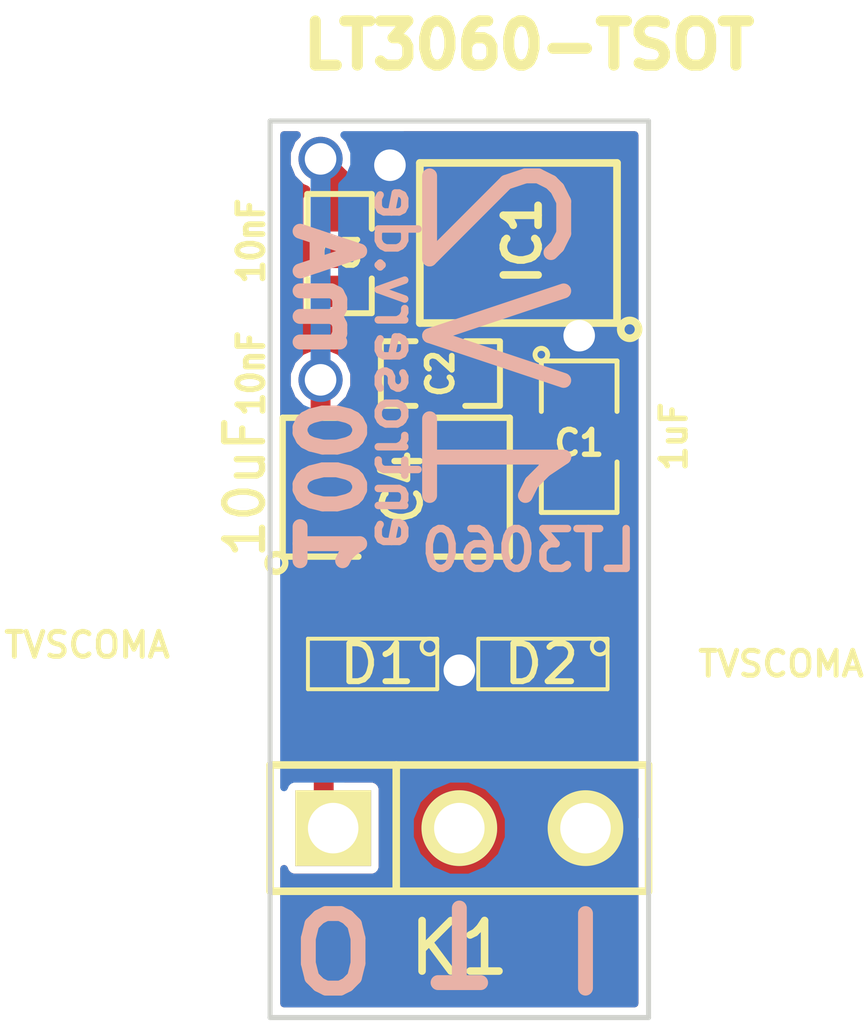
<source format=kicad_pcb>
(kicad_pcb (version 3) (host pcbnew "(2013-07-07 BZR 4022)-stable")

  (general
    (links 19)
    (no_connects 0)
    (area 47.507548 47.0011 65.776452 68.9372)
    (thickness 1.6)
    (drawings 12)
    (tracks 31)
    (zones 0)
    (modules 8)
    (nets 7)
  )

  (page A3)
  (layers
    (15 F.Cu signal)
    (0 B.Cu signal)
    (16 B.Adhes user)
    (17 F.Adhes user)
    (18 B.Paste user)
    (19 F.Paste user)
    (20 B.SilkS user)
    (21 F.SilkS user)
    (22 B.Mask user)
    (23 F.Mask user)
    (24 Dwgs.User user)
    (25 Cmts.User user)
    (26 Eco1.User user)
    (27 Eco2.User user)
    (28 Edge.Cuts user)
  )

  (setup
    (last_trace_width 0.4)
    (trace_clearance 0.154)
    (zone_clearance 0.154)
    (zone_45_only no)
    (trace_min 0.254)
    (segment_width 0.2)
    (edge_width 0.1)
    (via_size 0.889)
    (via_drill 0.635)
    (via_min_size 0.889)
    (via_min_drill 0.508)
    (uvia_size 0.508)
    (uvia_drill 0.127)
    (uvias_allowed no)
    (uvia_min_size 0.508)
    (uvia_min_drill 0.127)
    (pcb_text_width 0.3)
    (pcb_text_size 1.5 1.5)
    (mod_edge_width 0.154)
    (mod_text_size 1 1)
    (mod_text_width 0.15)
    (pad_size 1.5 1.5)
    (pad_drill 0.6)
    (pad_to_mask_clearance 0)
    (aux_axis_origin 0 0)
    (visible_elements 7FFFFFFF)
    (pcbplotparams
      (layerselection 284196865)
      (usegerberextensions true)
      (excludeedgelayer true)
      (linewidth 0.150000)
      (plotframeref false)
      (viasonmask false)
      (mode 1)
      (useauxorigin false)
      (hpglpennumber 1)
      (hpglpenspeed 20)
      (hpglpendiameter 15)
      (hpglpenoverlay 2)
      (psnegative false)
      (psa4output false)
      (plotreference true)
      (plotvalue true)
      (plotothertext true)
      (plotinvisibletext false)
      (padsonsilk false)
      (subtractmaskfromsilk false)
      (outputformat 1)
      (mirror false)
      (drillshape 0)
      (scaleselection 1)
      (outputdirectory ""))
  )

  (net 0 "")
  (net 1 /Vin)
  (net 2 /Vout)
  (net 3 GND)
  (net 4 N-000001)
  (net 5 N-000002)
  (net 6 N-000004)

  (net_class Default "Dies ist die voreingestellte Netzklasse."
    (clearance 0.154)
    (trace_width 0.4)
    (via_dia 0.889)
    (via_drill 0.635)
    (uvia_dia 0.508)
    (uvia_drill 0.127)
    (add_net "")
    (add_net /Vin)
    (add_net /Vout)
    (add_net GND)
    (add_net N-000001)
    (add_net N-000002)
    (add_net N-000004)
  )

  (module SM1210 (layer F.Cu) (tedit 53DE8A50) (tstamp 53DC3E22)
    (at 55.88 56.642)
    (tags "CMS SM")
    (path /53DBB648)
    (attr smd)
    (fp_text reference C4 (at 0.127 0 90) (layer F.SilkS)
      (effects (font (size 0.762 0.762) (thickness 0.127)))
    )
    (fp_text value 10uF (at -3.048 0 90) (layer F.SilkS)
      (effects (font (size 0.762 0.762) (thickness 0.127)))
    )
    (fp_circle (center -2.413 1.524) (end -2.286 1.397) (layer F.SilkS) (width 0.127))
    (fp_line (start -0.762 -1.397) (end -2.286 -1.397) (layer F.SilkS) (width 0.127))
    (fp_line (start -2.286 -1.397) (end -2.286 1.397) (layer F.SilkS) (width 0.127))
    (fp_line (start -2.286 1.397) (end -0.762 1.397) (layer F.SilkS) (width 0.127))
    (fp_line (start 0.762 1.397) (end 2.286 1.397) (layer F.SilkS) (width 0.127))
    (fp_line (start 2.286 1.397) (end 2.286 -1.397) (layer F.SilkS) (width 0.127))
    (fp_line (start 2.286 -1.397) (end 0.762 -1.397) (layer F.SilkS) (width 0.127))
    (pad 1 smd rect (at -1.524 0) (size 1.27 2.54)
      (layers F.Cu F.Paste F.Mask)
      (net 2 /Vout)
    )
    (pad 2 smd rect (at 1.524 0) (size 1.27 2.54)
      (layers F.Cu F.Paste F.Mask)
      (net 3 GND)
    )
    (model smd/chip_cms.wrl
      (at (xyz 0 0 0))
      (scale (xyz 0.17 0.2 0.17))
      (rotate (xyz 0 0 0))
    )
  )

  (module SM0805 (layer F.Cu) (tedit 53DE8A44) (tstamp 53DC3E2F)
    (at 59.563 55.626 270)
    (path /53DBB64E)
    (attr smd)
    (fp_text reference C1 (at 0.127 0 360) (layer F.SilkS)
      (effects (font (size 0.50038 0.50038) (thickness 0.10922)))
    )
    (fp_text value 1uF (at 0 -1.905 270) (layer F.SilkS)
      (effects (font (size 0.50038 0.50038) (thickness 0.10922)))
    )
    (fp_circle (center -1.651 0.762) (end -1.651 0.635) (layer F.SilkS) (width 0.09906))
    (fp_line (start -0.508 0.762) (end -1.524 0.762) (layer F.SilkS) (width 0.09906))
    (fp_line (start -1.524 0.762) (end -1.524 -0.762) (layer F.SilkS) (width 0.09906))
    (fp_line (start -1.524 -0.762) (end -0.508 -0.762) (layer F.SilkS) (width 0.09906))
    (fp_line (start 0.508 -0.762) (end 1.524 -0.762) (layer F.SilkS) (width 0.09906))
    (fp_line (start 1.524 -0.762) (end 1.524 0.762) (layer F.SilkS) (width 0.09906))
    (fp_line (start 1.524 0.762) (end 0.508 0.762) (layer F.SilkS) (width 0.09906))
    (pad 1 smd rect (at -0.9525 0 270) (size 0.889 1.397)
      (layers F.Cu F.Paste F.Mask)
      (net 1 /Vin)
    )
    (pad 2 smd rect (at 0.9525 0 270) (size 0.889 1.397)
      (layers F.Cu F.Paste F.Mask)
      (net 3 GND)
    )
    (model smd/chip_cms.wrl
      (at (xyz 0 0 0))
      (scale (xyz 0.1 0.1 0.1))
      (rotate (xyz 0 0 0))
    )
  )

  (module SM0603_Capa (layer F.Cu) (tedit 53DE8A55) (tstamp 53DC3E3B)
    (at 56.769 54.356)
    (path /53DBB623)
    (attr smd)
    (fp_text reference C2 (at 0 0 90) (layer F.SilkS)
      (effects (font (size 0.508 0.4572) (thickness 0.1143)))
    )
    (fp_text value 10nF (at -3.81 0 90) (layer F.SilkS)
      (effects (font (size 0.508 0.4572) (thickness 0.1143)))
    )
    (fp_line (start 0.50038 0.65024) (end 1.19888 0.65024) (layer F.SilkS) (width 0.11938))
    (fp_line (start -0.50038 0.65024) (end -1.19888 0.65024) (layer F.SilkS) (width 0.11938))
    (fp_line (start 0.50038 -0.65024) (end 1.19888 -0.65024) (layer F.SilkS) (width 0.11938))
    (fp_line (start -1.19888 -0.65024) (end -0.50038 -0.65024) (layer F.SilkS) (width 0.11938))
    (fp_line (start 1.19888 -0.635) (end 1.19888 0.635) (layer F.SilkS) (width 0.11938))
    (fp_line (start -1.19888 0.635) (end -1.19888 -0.635) (layer F.SilkS) (width 0.11938))
    (pad 1 smd rect (at -0.762 0) (size 0.635 1.143)
      (layers F.Cu F.Paste F.Mask)
      (net 4 N-000001)
    )
    (pad 2 smd rect (at 0.762 0) (size 0.635 1.143)
      (layers F.Cu F.Paste F.Mask)
      (net 3 GND)
    )
    (model smd\capacitors\C0603.wrl
      (at (xyz 0 0 0.001))
      (scale (xyz 0.5 0.5 0.5))
      (rotate (xyz 0 0 0))
    )
  )

  (module SM0603_Capa (layer F.Cu) (tedit 53DE8A60) (tstamp 53DC3E47)
    (at 54.737 51.943 270)
    (path /53DBB63F)
    (attr smd)
    (fp_text reference C3 (at 0 0 360) (layer F.SilkS)
      (effects (font (size 0.508 0.4572) (thickness 0.1143)))
    )
    (fp_text value 10nF (at -0.254 1.778 270) (layer F.SilkS)
      (effects (font (size 0.508 0.4572) (thickness 0.1143)))
    )
    (fp_line (start 0.50038 0.65024) (end 1.19888 0.65024) (layer F.SilkS) (width 0.11938))
    (fp_line (start -0.50038 0.65024) (end -1.19888 0.65024) (layer F.SilkS) (width 0.11938))
    (fp_line (start 0.50038 -0.65024) (end 1.19888 -0.65024) (layer F.SilkS) (width 0.11938))
    (fp_line (start -1.19888 -0.65024) (end -0.50038 -0.65024) (layer F.SilkS) (width 0.11938))
    (fp_line (start 1.19888 -0.635) (end 1.19888 0.635) (layer F.SilkS) (width 0.11938))
    (fp_line (start -1.19888 0.635) (end -1.19888 -0.635) (layer F.SilkS) (width 0.11938))
    (pad 1 smd rect (at -0.762 0 270) (size 0.635 1.143)
      (layers F.Cu F.Paste F.Mask)
      (net 2 /Vout)
    )
    (pad 2 smd rect (at 0.762 0 270) (size 0.635 1.143)
      (layers F.Cu F.Paste F.Mask)
      (net 5 N-000002)
    )
    (model smd\capacitors\C0603.wrl
      (at (xyz 0 0 0.001))
      (scale (xyz 0.5 0.5 0.5))
      (rotate (xyz 0 0 0))
    )
  )

  (module PIN_ARRAY_3X1 (layer F.Cu) (tedit 53DE8DD2) (tstamp 53DC3E53)
    (at 57.15 63.5)
    (descr "Connecteur 3 pins")
    (tags "CONN DEV")
    (path /53DBB569)
    (fp_text reference K1 (at 0 2.413) (layer F.SilkS)
      (effects (font (size 1.016 1.016) (thickness 0.1524)))
    )
    (fp_text value CONN_3 (at 0.127 4.699) (layer F.SilkS) hide
      (effects (font (size 1.016 1.016) (thickness 0.1524)))
    )
    (fp_line (start -3.81 1.27) (end -3.81 -1.27) (layer F.SilkS) (width 0.1524))
    (fp_line (start -3.81 -1.27) (end 3.81 -1.27) (layer F.SilkS) (width 0.1524))
    (fp_line (start 3.81 -1.27) (end 3.81 1.27) (layer F.SilkS) (width 0.1524))
    (fp_line (start 3.81 1.27) (end -3.81 1.27) (layer F.SilkS) (width 0.1524))
    (fp_line (start -1.27 -1.27) (end -1.27 1.27) (layer F.SilkS) (width 0.1524))
    (pad 1 thru_hole rect (at -2.54 0) (size 1.524 1.524) (drill 1.016)
      (layers *.Cu *.Mask F.SilkS)
      (net 2 /Vout)
    )
    (pad 2 thru_hole circle (at 0 0) (size 1.524 1.524) (drill 1.016)
      (layers *.Cu *.Mask F.SilkS)
      (net 3 GND)
    )
    (pad 3 thru_hole circle (at 2.54 0) (size 1.524 1.524) (drill 1.016)
      (layers *.Cu *.Mask F.SilkS)
      (net 1 /Vin)
    )
    (model pin_array/pins_array_3x1.wrl
      (at (xyz 0 0 0))
      (scale (xyz 1 1 1))
      (rotate (xyz 0 0 0))
    )
  )

  (module tsot23-8 (layer F.Cu) (tedit 53DE8A36) (tstamp 53DE8AC1)
    (at 59.69 52.705 90)
    (path /53DBE0F4)
    (fp_text reference IC1 (at 1.016 -1.27 90) (layer F.SilkS)
      (effects (font (size 0.7 0.7) (thickness 0.154)))
    )
    (fp_text value LT3060-TSOT (at 4.953 -1.143 360) (layer F.SilkS)
      (effects (font (size 0.889 0.889) (thickness 0.3048)))
    )
    (fp_circle (center -0.762 0.889) (end -0.635 1.016) (layer F.SilkS) (width 0.154))
    (fp_line (start -0.635 0.635) (end 2.58572 0.635) (layer F.SilkS) (width 0.154))
    (fp_line (start 2.58572 0.635) (end 2.58572 -3.33502) (layer F.SilkS) (width 0.154))
    (fp_line (start 2.58572 -3.33502) (end -0.635 -3.33502) (layer F.SilkS) (width 0.154))
    (fp_line (start -0.635 -3.33502) (end -0.635 0.635) (layer F.SilkS) (width 0.154))
    (pad 1 smd rect (at 0 0 90) (size 0.40132 1.3208)
      (layers F.Cu F.Paste F.Mask)
      (net 1 /Vin)
    )
    (pad 2 smd rect (at 0.65024 0 90) (size 0.40132 1.3208)
      (layers F.Cu F.Paste F.Mask)
      (net 3 GND)
    )
    (pad 3 smd rect (at 1.30048 0 90) (size 0.40132 1.3208)
      (layers F.Cu F.Paste F.Mask)
      (net 3 GND)
    )
    (pad 4 smd rect (at 1.95072 0 90) (size 0.40132 1.3208)
      (layers F.Cu F.Paste F.Mask)
      (net 3 GND)
    )
    (pad 5 smd rect (at 1.95072 -2.70002 270) (size 0.40132 1.3208)
      (layers F.Cu F.Paste F.Mask)
      (net 1 /Vin)
    )
    (pad 6 smd rect (at 1.30048 -2.70002 270) (size 0.40132 1.3208)
      (layers F.Cu F.Paste F.Mask)
      (net 2 /Vout)
    )
    (pad 7 smd rect (at 0.65024 -2.70002 270) (size 0.40132 1.3208)
      (layers F.Cu F.Paste F.Mask)
      (net 5 N-000002)
    )
    (pad 8 smd rect (at 0 -2.70002 270) (size 0.40132 1.3208)
      (layers F.Cu F.Paste F.Mask)
      (net 4 N-000001)
    )
  )

  (module SOT23 (layer F.Cu) (tedit 53FE80D9) (tstamp 53FE7FB9)
    (at 58.801 60.198 180)
    (tags SOT23)
    (path /53FE54F9)
    (fp_text reference D2 (at 0 0 180) (layer F.SilkS)
      (effects (font (size 0.762 0.762) (thickness 0.11938)))
    )
    (fp_text value TVSCOMA (at -4.826 0 180) (layer F.SilkS)
      (effects (font (size 0.50038 0.50038) (thickness 0.09906)))
    )
    (fp_circle (center -1.17602 0.35052) (end -1.30048 0.44958) (layer F.SilkS) (width 0.07874))
    (fp_line (start 1.27 -0.508) (end 1.27 0.508) (layer F.SilkS) (width 0.07874))
    (fp_line (start -1.3335 -0.508) (end -1.3335 0.508) (layer F.SilkS) (width 0.07874))
    (fp_line (start 1.27 0.508) (end -1.3335 0.508) (layer F.SilkS) (width 0.07874))
    (fp_line (start -1.3335 -0.508) (end 1.27 -0.508) (layer F.SilkS) (width 0.07874))
    (pad 3 smd rect (at 0 -1.09982 180) (size 0.8001 1.00076)
      (layers F.Cu F.Paste F.Mask)
      (net 6 N-000004)
    )
    (pad 2 smd rect (at 0.9525 1.09982 180) (size 0.8001 1.00076)
      (layers F.Cu F.Paste F.Mask)
      (net 3 GND)
    )
    (pad 1 smd rect (at -0.9525 1.09982 180) (size 0.8001 1.00076)
      (layers F.Cu F.Paste F.Mask)
      (net 3 GND)
    )
    (model smd\SOT23_3.wrl
      (at (xyz 0 0 0))
      (scale (xyz 0.4 0.4 0.4))
      (rotate (xyz 0 0 180))
    )
  )

  (module SOT23 (layer F.Cu) (tedit 53FE80D1) (tstamp 53FE7FC6)
    (at 55.372 60.198 180)
    (tags SOT23)
    (path /53FE53A3)
    (fp_text reference D1 (at -0.127 0 180) (layer F.SilkS)
      (effects (font (size 0.762 0.762) (thickness 0.11938)))
    )
    (fp_text value TVSCOMA (at 5.715 0.381 180) (layer F.SilkS)
      (effects (font (size 0.50038 0.50038) (thickness 0.09906)))
    )
    (fp_circle (center -1.17602 0.35052) (end -1.30048 0.44958) (layer F.SilkS) (width 0.07874))
    (fp_line (start 1.27 -0.508) (end 1.27 0.508) (layer F.SilkS) (width 0.07874))
    (fp_line (start -1.3335 -0.508) (end -1.3335 0.508) (layer F.SilkS) (width 0.07874))
    (fp_line (start 1.27 0.508) (end -1.3335 0.508) (layer F.SilkS) (width 0.07874))
    (fp_line (start -1.3335 -0.508) (end 1.27 -0.508) (layer F.SilkS) (width 0.07874))
    (pad 3 smd rect (at 0 -1.09982 180) (size 0.8001 1.00076)
      (layers F.Cu F.Paste F.Mask)
      (net 6 N-000004)
    )
    (pad 2 smd rect (at 0.9525 1.09982 180) (size 0.8001 1.00076)
      (layers F.Cu F.Paste F.Mask)
      (net 2 /Vout)
    )
    (pad 1 smd rect (at -0.9525 1.09982 180) (size 0.8001 1.00076)
      (layers F.Cu F.Paste F.Mask)
      (net 1 /Vin)
    )
    (model smd\SOT23_3.wrl
      (at (xyz 0 0 0))
      (scale (xyz 0.4 0.4 0.4))
      (rotate (xyz 0 0 180))
    )
  )

  (gr_line (start 53.34 67.31) (end 53.34 49.276) (angle 90) (layer Edge.Cuts) (width 0.1))
  (gr_line (start 60.96 67.31) (end 53.34 67.31) (angle 90) (layer Edge.Cuts) (width 0.1))
  (gr_line (start 60.96 49.276) (end 60.96 67.31) (angle 90) (layer Edge.Cuts) (width 0.1))
  (gr_text I (at 59.69 66.04) (layer B.SilkS)
    (effects (font (size 1.5 1.5) (thickness 0.3)) (justify mirror))
  )
  (gr_text T (at 57.15 65.786 180) (layer B.SilkS)
    (effects (font (size 1.5 1.5) (thickness 0.3)) (justify mirror))
  )
  (gr_text O (at 54.61 66.04) (layer B.SilkS)
    (effects (font (size 1.5 1.5) (thickness 0.3)) (justify mirror))
  )
  (gr_text entroserv.de (at 55.88 54.229 270) (layer B.SilkS)
    (effects (font (size 0.8 0.8) (thickness 0.15)) (justify mirror))
  )
  (gr_text LT3060 (at 58.547 57.912) (layer B.SilkS)
    (effects (font (size 0.8 0.8) (thickness 0.15)) (justify mirror))
  )
  (gr_text "100 mA" (at 54.483 54.864 270) (layer B.SilkS)
    (effects (font (size 1.2 1.2) (thickness 0.3)) (justify mirror))
  )
  (gr_line (start 60.96 67.31) (end 53.34 67.31) (angle 90) (layer Edge.Cuts) (width 0.1))
  (gr_line (start 53.34 49.276) (end 60.96 49.276) (angle 90) (layer Edge.Cuts) (width 0.1))
  (gr_text 1V2 (at 57.785 53.594 270) (layer B.SilkS)
    (effects (font (size 2.7 2.7) (thickness 0.3)) (justify mirror))
  )

  (segment (start 56.3245 59.09818) (end 56.3245 59.4995) (width 0.4) (layer F.Cu) (net 1))
  (segment (start 57.15 60.325) (end 57.277 60.325) (width 0.4) (layer B.Cu) (net 1) (tstamp 53FE809C))
  (via (at 57.15 60.325) (size 0.889) (layers F.Cu B.Cu) (net 1))
  (segment (start 56.3245 59.4995) (end 57.15 60.325) (width 0.4) (layer F.Cu) (net 1) (tstamp 53FE8095))
  (segment (start 56.98998 50.75428) (end 56.34228 50.75428) (width 0.4) (layer F.Cu) (net 1))
  (via (at 55.753 50.165) (size 0.889) (layers F.Cu B.Cu) (net 1))
  (segment (start 56.34228 50.75428) (end 55.753 50.165) (width 0.4) (layer F.Cu) (net 1) (tstamp 53DE81FC))
  (segment (start 59.563 53.594) (end 59.563 52.832) (width 0.4) (layer F.Cu) (net 1))
  (via (at 59.563 53.594) (size 0.889) (layers F.Cu B.Cu) (net 1))
  (segment (start 59.563 54.6735) (end 59.563 53.594) (width 0.4) (layer F.Cu) (net 1))
  (segment (start 59.563 52.832) (end 59.69 52.705) (width 0.4) (layer F.Cu) (net 1) (tstamp 53DE861F))
  (segment (start 54.4195 59.09818) (end 54.4195 63.3095) (width 0.4) (layer F.Cu) (net 2))
  (segment (start 54.4195 63.3095) (end 54.61 63.5) (width 0.4) (layer F.Cu) (net 2) (tstamp 53FE8092))
  (segment (start 54.356 56.642) (end 54.356 59.03468) (width 0.4) (layer F.Cu) (net 2))
  (segment (start 54.356 59.03468) (end 54.4195 59.09818) (width 0.4) (layer F.Cu) (net 2) (tstamp 53FE808F))
  (segment (start 54.356 56.642) (end 54.356 54.483) (width 0.4) (layer F.Cu) (net 2))
  (via (at 54.356 54.483) (size 0.889) (layers F.Cu B.Cu) (net 2))
  (segment (start 54.356 54.483) (end 54.356 50.038) (width 0.4) (layer B.Cu) (net 2) (tstamp 53DE8330))
  (via (at 54.356 50.038) (size 0.889) (layers F.Cu B.Cu) (net 2))
  (segment (start 54.356 50.038) (end 54.737 50.419) (width 0.4) (layer F.Cu) (net 2) (tstamp 53DE8335))
  (segment (start 54.737 50.419) (end 54.737 51.181) (width 0.4) (layer F.Cu) (net 2) (tstamp 53DE8336))
  (segment (start 56.98998 51.40452) (end 55.97652 51.40452) (width 0.4) (layer F.Cu) (net 2))
  (segment (start 55.753 51.181) (end 54.737 51.181) (width 0.4) (layer F.Cu) (net 2) (tstamp 53DE81C5))
  (segment (start 55.97652 51.40452) (end 55.753 51.181) (width 0.4) (layer F.Cu) (net 2) (tstamp 53DE81C2))
  (segment (start 56.007 54.356) (end 56.007 53.086) (width 0.4) (layer F.Cu) (net 4))
  (segment (start 56.388 52.705) (end 56.98998 52.705) (width 0.4) (layer F.Cu) (net 4) (tstamp 53DE8304))
  (segment (start 56.007 53.086) (end 56.388 52.705) (width 0.4) (layer F.Cu) (net 4) (tstamp 53DE8302))
  (segment (start 56.98998 52.05476) (end 56.02224 52.05476) (width 0.4) (layer F.Cu) (net 5))
  (segment (start 55.372 52.705) (end 54.737 52.705) (width 0.4) (layer F.Cu) (net 5) (tstamp 53DE82F9))
  (segment (start 56.02224 52.05476) (end 55.372 52.705) (width 0.4) (layer F.Cu) (net 5) (tstamp 53DE82F6))
  (segment (start 58.801 61.29782) (end 55.372 61.29782) (width 0.4) (layer F.Cu) (net 6))

  (zone (net 3) (net_name GND) (layer F.Cu) (tstamp 53FE39FD) (hatch edge 0.508)
    (connect_pads yes (clearance 0.154))
    (min_thickness 0.154)
    (fill (arc_segments 16) (thermal_gap 0.508) (thermal_bridge_width 0.508))
    (polygon
      (pts
        (xy 60.96 67.31) (xy 53.34 67.31) (xy 53.34 49.276) (xy 60.96 49.276)
      )
    )
    (filled_polygon
      (pts
        (xy 60.679 67.029) (xy 53.621 67.029) (xy 53.621 64.317522) (xy 53.652054 64.39268) (xy 53.716979 64.457717)
        (xy 53.80185 64.492959) (xy 53.893747 64.493039) (xy 55.417747 64.493039) (xy 55.50268 64.457946) (xy 55.567717 64.393021)
        (xy 55.602959 64.30815) (xy 55.603039 64.216253) (xy 55.603039 62.692253) (xy 55.567946 62.60732) (xy 55.503021 62.542283)
        (xy 55.41815 62.507041) (xy 55.326253 62.506961) (xy 54.8505 62.506961) (xy 54.8505 61.997891) (xy 54.9258 62.029159)
        (xy 55.017697 62.029239) (xy 55.817797 62.029239) (xy 55.90273 61.994146) (xy 55.967767 61.929221) (xy 56.003009 61.84435)
        (xy 56.003089 61.752453) (xy 56.003089 61.72882) (xy 58.169911 61.72882) (xy 58.169911 61.843947) (xy 58.205004 61.92888)
        (xy 58.269929 61.993917) (xy 58.3548 62.029159) (xy 58.446697 62.029239) (xy 59.246797 62.029239) (xy 59.33173 61.994146)
        (xy 59.396767 61.929221) (xy 59.432009 61.84435) (xy 59.432089 61.752453) (xy 59.432089 60.751693) (xy 59.396996 60.66676)
        (xy 59.332071 60.601723) (xy 59.2472 60.566481) (xy 59.155303 60.566401) (xy 58.355203 60.566401) (xy 58.27027 60.601494)
        (xy 58.205233 60.666419) (xy 58.169991 60.75129) (xy 58.169911 60.843187) (xy 58.169911 60.86682) (xy 57.563369 60.86682)
        (xy 57.722327 60.70814) (xy 57.825383 60.459955) (xy 57.825617 60.191224) (xy 57.722995 59.94286) (xy 57.53314 59.752673)
        (xy 57.284955 59.649617) (xy 57.083967 59.649441) (xy 56.955589 59.521063) (xy 56.955589 58.552053) (xy 56.920496 58.46712)
        (xy 56.855571 58.402083) (xy 56.7707 58.366841) (xy 56.678803 58.366761) (xy 55.878703 58.366761) (xy 55.79377 58.401854)
        (xy 55.728733 58.466779) (xy 55.693491 58.55165) (xy 55.693411 58.643547) (xy 55.693411 59.644307) (xy 55.728504 59.72924)
        (xy 55.793429 59.794277) (xy 55.8783 59.829519) (xy 55.970197 59.829599) (xy 56.045073 59.829599) (xy 56.474556 60.259082)
        (xy 56.474383 60.458776) (xy 56.577005 60.70714) (xy 56.736406 60.86682) (xy 56.003089 60.86682) (xy 56.003089 60.751693)
        (xy 55.967996 60.66676) (xy 55.903071 60.601723) (xy 55.8182 60.566481) (xy 55.726303 60.566401) (xy 54.926203 60.566401)
        (xy 54.8505 60.59768) (xy 54.8505 59.829599) (xy 54.865297 59.829599) (xy 54.95023 59.794506) (xy 55.015267 59.729581)
        (xy 55.050509 59.64471) (xy 55.050589 59.552813) (xy 55.050589 58.552053) (xy 55.015496 58.46712) (xy 54.950571 58.402083)
        (xy 54.8657 58.366841) (xy 54.787 58.366772) (xy 54.787 58.143039) (xy 55.036747 58.143039) (xy 55.12168 58.107946)
        (xy 55.186717 58.043021) (xy 55.221959 57.95815) (xy 55.222039 57.866253) (xy 55.222039 55.326253) (xy 55.186946 55.24132)
        (xy 55.122021 55.176283) (xy 55.03715 55.141041) (xy 54.945253 55.140961) (xy 54.787 55.140961) (xy 54.787 55.00722)
        (xy 54.928327 54.86614) (xy 55.031383 54.617955) (xy 55.031617 54.349224) (xy 54.928995 54.10086) (xy 54.73914 53.910673)
        (xy 54.490955 53.807617) (xy 54.222224 53.807383) (xy 53.97386 53.910005) (xy 53.783673 54.09986) (xy 53.680617 54.348045)
        (xy 53.680383 54.616776) (xy 53.783005 54.86514) (xy 53.925 55.007383) (xy 53.925 55.140961) (xy 53.675253 55.140961)
        (xy 53.621 55.163377) (xy 53.621 49.557) (xy 53.881704 49.557) (xy 53.783673 49.65486) (xy 53.680617 49.903045)
        (xy 53.680383 50.171776) (xy 53.783005 50.42014) (xy 53.97286 50.610327) (xy 54.072842 50.651843) (xy 54.03482 50.667554)
        (xy 53.969783 50.732479) (xy 53.934541 50.81735) (xy 53.934461 50.909247) (xy 53.934461 51.544247) (xy 53.969554 51.62918)
        (xy 54.034479 51.694217) (xy 54.11935 51.729459) (xy 54.211247 51.729539) (xy 55.354247 51.729539) (xy 55.43918 51.694446)
        (xy 55.504217 51.629521) (xy 55.511492 51.612) (xy 55.574474 51.612) (xy 55.671757 51.709283) (xy 55.725083 51.744914)
        (xy 55.717477 51.749997) (xy 55.310971 52.156502) (xy 55.262753 52.156461) (xy 54.119753 52.156461) (xy 54.03482 52.191554)
        (xy 53.969783 52.256479) (xy 53.934541 52.34135) (xy 53.934461 52.433247) (xy 53.934461 53.068247) (xy 53.969554 53.15318)
        (xy 54.034479 53.218217) (xy 54.11935 53.253459) (xy 54.211247 53.253539) (xy 55.354247 53.253539) (xy 55.43918 53.218446)
        (xy 55.504217 53.153521) (xy 55.524051 53.105755) (xy 55.524051 53.105754) (xy 55.536936 53.103192) (xy 55.536937 53.103192)
        (xy 55.578043 53.075725) (xy 55.576 53.086) (xy 55.576 53.581455) (xy 55.55882 53.588554) (xy 55.493783 53.653479)
        (xy 55.458541 53.73835) (xy 55.458461 53.830247) (xy 55.458461 54.973247) (xy 55.493554 55.05818) (xy 55.558479 55.123217)
        (xy 55.64335 55.158459) (xy 55.735247 55.158539) (xy 56.370247 55.158539) (xy 56.45518 55.123446) (xy 56.520217 55.058521)
        (xy 56.555459 54.97365) (xy 56.555539 54.881753) (xy 56.555539 53.738753) (xy 56.520446 53.65382) (xy 56.455521 53.588783)
        (xy 56.438 53.581507) (xy 56.438 53.264526) (xy 56.565827 53.136699) (xy 57.696127 53.136699) (xy 57.78106 53.101606)
        (xy 57.846097 53.036681) (xy 57.881339 52.95181) (xy 57.881419 52.859913) (xy 57.881419 52.458593) (xy 57.848858 52.379789)
        (xy 57.881339 52.30157) (xy 57.881419 52.209673) (xy 57.881419 51.808353) (xy 57.848858 51.729549) (xy 57.881339 51.65133)
        (xy 57.881419 51.559433) (xy 57.881419 51.158113) (xy 57.848858 51.079309) (xy 57.881339 51.00109) (xy 57.881419 50.909193)
        (xy 57.881419 50.507873) (xy 57.846326 50.42294) (xy 57.781401 50.357903) (xy 57.69653 50.322661) (xy 57.604633 50.322581)
        (xy 56.520107 50.322581) (xy 56.428443 50.230917) (xy 56.428617 50.031224) (xy 56.325995 49.78286) (xy 56.13614 49.592673)
        (xy 56.05023 49.557) (xy 60.679 49.557) (xy 60.679 63.29325) (xy 60.581439 63.057134) (xy 60.581439 52.859913)
        (xy 60.581439 52.458593) (xy 60.546346 52.37366) (xy 60.481421 52.308623) (xy 60.39655 52.273381) (xy 60.304653 52.273301)
        (xy 58.983853 52.273301) (xy 58.89892 52.308394) (xy 58.833883 52.373319) (xy 58.798641 52.45819) (xy 58.798561 52.550087)
        (xy 58.798561 52.951407) (xy 58.833654 53.03634) (xy 58.898579 53.101377) (xy 58.98345 53.136619) (xy 59.064972 53.136689)
        (xy 58.990673 53.21086) (xy 58.887617 53.459045) (xy 58.887383 53.727776) (xy 58.990005 53.97614) (xy 59.011787 53.997961)
        (xy 58.818753 53.997961) (xy 58.73382 54.033054) (xy 58.668783 54.097979) (xy 58.633541 54.18285) (xy 58.633461 54.274747)
        (xy 58.633461 55.163747) (xy 58.668554 55.24868) (xy 58.733479 55.313717) (xy 58.81835 55.348959) (xy 58.910247 55.349039)
        (xy 60.307247 55.349039) (xy 60.39218 55.313946) (xy 60.457217 55.249021) (xy 60.492459 55.16415) (xy 60.492539 55.072253)
        (xy 60.492539 54.183253) (xy 60.457446 54.09832) (xy 60.392521 54.033283) (xy 60.30765 53.998041) (xy 60.215753 53.997961)
        (xy 60.114469 53.997961) (xy 60.135327 53.97714) (xy 60.238383 53.728955) (xy 60.238617 53.460224) (xy 60.135995 53.21186)
        (xy 60.060965 53.136699) (xy 60.396147 53.136699) (xy 60.48108 53.101606) (xy 60.546117 53.036681) (xy 60.581359 52.95181)
        (xy 60.581439 52.859913) (xy 60.581439 63.057134) (xy 60.532315 62.938246) (xy 60.253224 62.658666) (xy 59.888386 62.507173)
        (xy 59.493347 62.506828) (xy 59.128246 62.657685) (xy 58.848666 62.936776) (xy 58.697173 63.301614) (xy 58.696828 63.696653)
        (xy 58.847685 64.061754) (xy 59.126776 64.341334) (xy 59.491614 64.492827) (xy 59.886653 64.493172) (xy 60.251754 64.342315)
        (xy 60.531334 64.063224) (xy 60.679 63.707602) (xy 60.679 67.029)
      )
    )
  )
  (zone (net 1) (net_name /Vin) (layer B.Cu) (tstamp 53DE823E) (hatch edge 0.508)
    (connect_pads yes (clearance 0.154))
    (min_thickness 0.154)
    (fill (arc_segments 16) (thermal_gap 0.508) (thermal_bridge_width 0.508))
    (polygon
      (pts
        (xy 60.96 67.31) (xy 53.34 67.31) (xy 53.34 49.276) (xy 60.96 49.276)
      )
    )
    (filled_polygon
      (pts
        (xy 60.679 67.029) (xy 58.143172 67.029) (xy 58.143172 63.303347) (xy 57.992315 62.938246) (xy 57.713224 62.658666)
        (xy 57.348386 62.507173) (xy 56.953347 62.506828) (xy 56.588246 62.657685) (xy 56.308666 62.936776) (xy 56.157173 63.301614)
        (xy 56.156828 63.696653) (xy 56.307685 64.061754) (xy 56.586776 64.341334) (xy 56.951614 64.492827) (xy 57.346653 64.493172)
        (xy 57.711754 64.342315) (xy 57.991334 64.063224) (xy 58.142827 63.698386) (xy 58.143172 63.303347) (xy 58.143172 67.029)
        (xy 53.621 67.029) (xy 53.621 64.317522) (xy 53.652054 64.39268) (xy 53.716979 64.457717) (xy 53.80185 64.492959)
        (xy 53.893747 64.493039) (xy 55.417747 64.493039) (xy 55.50268 64.457946) (xy 55.567717 64.393021) (xy 55.602959 64.30815)
        (xy 55.603039 64.216253) (xy 55.603039 62.692253) (xy 55.567946 62.60732) (xy 55.503021 62.542283) (xy 55.41815 62.507041)
        (xy 55.326253 62.506961) (xy 53.802253 62.506961) (xy 53.71732 62.542054) (xy 53.652283 62.606979) (xy 53.621 62.682315)
        (xy 53.621 49.557) (xy 53.881704 49.557) (xy 53.783673 49.65486) (xy 53.680617 49.903045) (xy 53.680383 50.171776)
        (xy 53.783005 50.42014) (xy 53.925 50.562383) (xy 53.925 53.958779) (xy 53.783673 54.09986) (xy 53.680617 54.348045)
        (xy 53.680383 54.616776) (xy 53.783005 54.86514) (xy 53.97286 55.055327) (xy 54.221045 55.158383) (xy 54.489776 55.158617)
        (xy 54.73814 55.055995) (xy 54.928327 54.86614) (xy 55.031383 54.617955) (xy 55.031617 54.349224) (xy 54.928995 54.10086)
        (xy 54.787 53.958616) (xy 54.787 50.56222) (xy 54.928327 50.42114) (xy 55.031383 50.172955) (xy 55.031617 49.904224)
        (xy 54.928995 49.65586) (xy 54.830307 49.557) (xy 60.679 49.557) (xy 60.679 67.029)
      )
    )
  )
)

</source>
